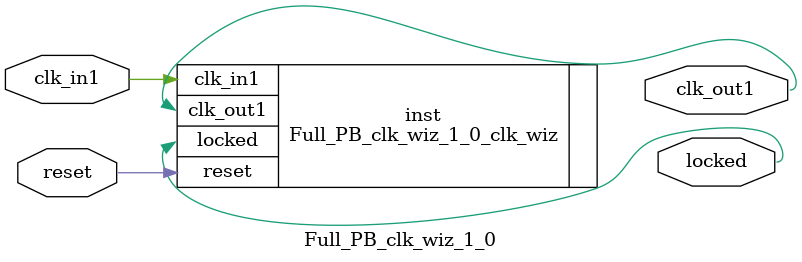
<source format=v>


`timescale 1ps/1ps

(* CORE_GENERATION_INFO = "Full_PB_clk_wiz_1_0,clk_wiz_v6_0_11_0_0,{component_name=Full_PB_clk_wiz_1_0,use_phase_alignment=true,use_min_o_jitter=false,use_max_i_jitter=false,use_dyn_phase_shift=false,use_inclk_switchover=false,use_dyn_reconfig=false,enable_axi=0,feedback_source=FDBK_AUTO,PRIMITIVE=MMCM,num_out_clk=1,clkin1_period=10.000,clkin2_period=10.000,use_power_down=false,use_reset=true,use_locked=true,use_inclk_stopped=false,feedback_type=SINGLE,CLOCK_MGR_TYPE=NA,manual_override=false}" *)

module Full_PB_clk_wiz_1_0 
 (
  // Clock out ports
  output        clk_out1,
  // Status and control signals
  input         reset,
  output        locked,
 // Clock in ports
  input         clk_in1
 );

  Full_PB_clk_wiz_1_0_clk_wiz inst
  (
  // Clock out ports  
  .clk_out1(clk_out1),
  // Status and control signals               
  .reset(reset), 
  .locked(locked),
 // Clock in ports
  .clk_in1(clk_in1)
  );

endmodule

</source>
